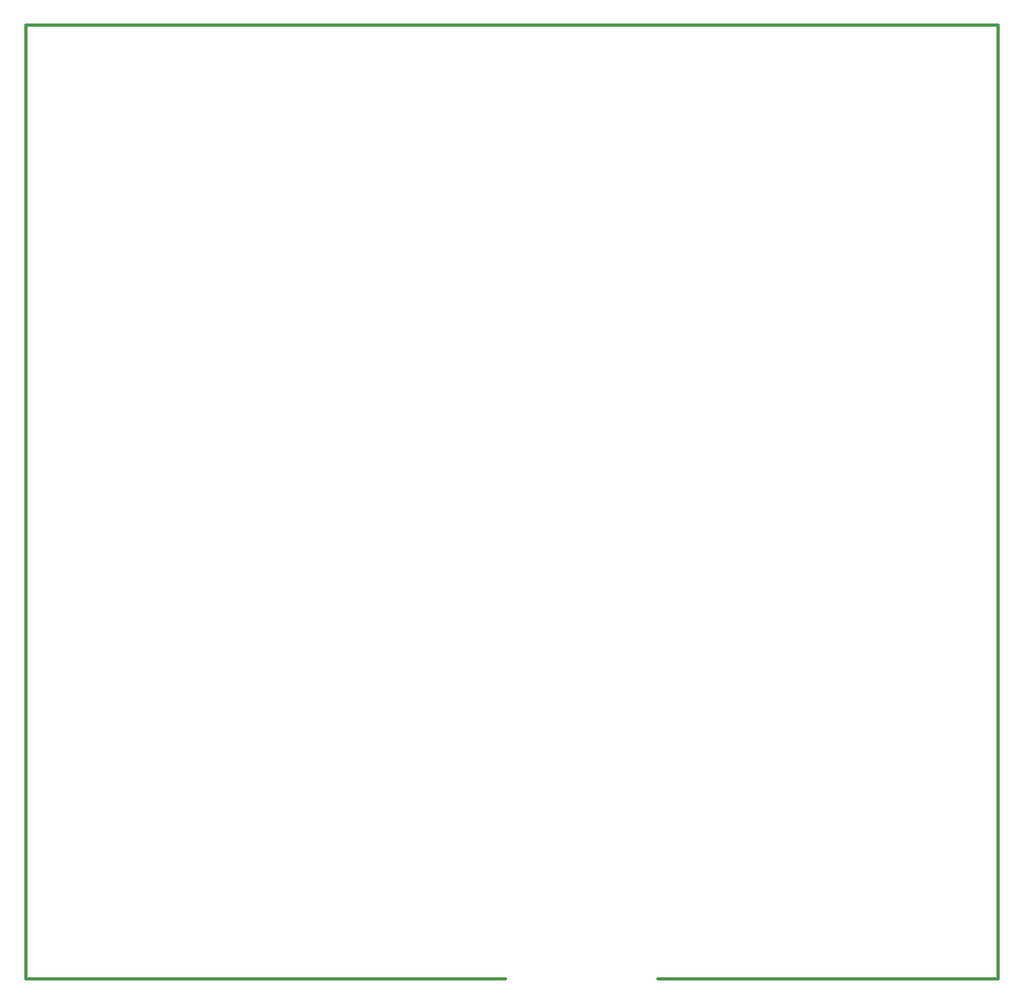
<source format=gbr>
G04 (created by PCBNEW-RS274X (2012-apr-16-27)-stable) date Втр 01 Янв 2013 22:40:23*
G01*
G70*
G90*
%MOIN*%
G04 Gerber Fmt 3.4, Leading zero omitted, Abs format*
%FSLAX34Y34*%
G04 APERTURE LIST*
%ADD10C,0.006000*%
%ADD11C,0.012000*%
G04 APERTURE END LIST*
G54D10*
G54D11*
X63250Y-53500D02*
X75750Y-53500D01*
X37250Y-53500D02*
X57000Y-53500D01*
X37250Y-14250D02*
X37250Y-18250D01*
X77250Y-14250D02*
X37250Y-14250D01*
X77250Y-14750D02*
X77250Y-14250D01*
X77250Y-53500D02*
X76750Y-53500D01*
X77250Y-14750D02*
X77250Y-53500D01*
X75750Y-53500D02*
X76750Y-53500D01*
X37250Y-52750D02*
X37250Y-53500D01*
X37250Y-52250D02*
X37250Y-52750D01*
X37250Y-18250D02*
X37250Y-21250D01*
X37250Y-21250D02*
X37250Y-52250D01*
M02*

</source>
